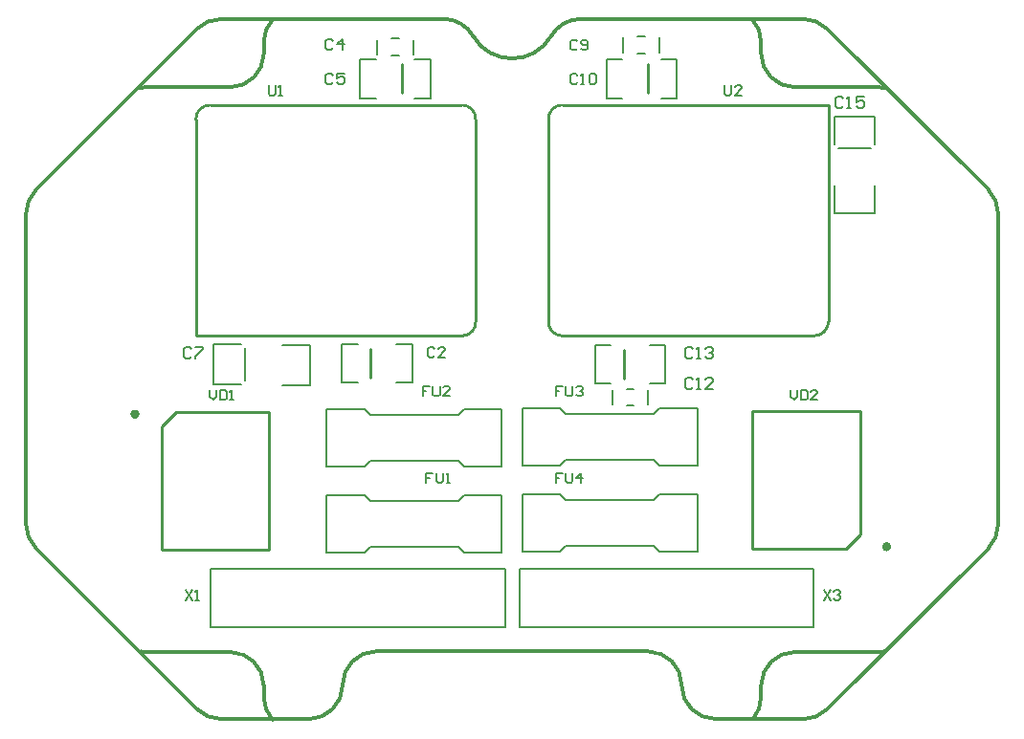
<source format=gto>
G04*
G04 #@! TF.GenerationSoftware,Altium Limited,Altium Designer,22.1.2 (22)*
G04*
G04 Layer_Color=65535*
%FSAX42Y42*%
%MOMM*%
G71*
G04*
G04 #@! TF.SameCoordinates,E4BEF061-03AA-43A3-B299-508BB52D99EE*
G04*
G04*
G04 #@! TF.FilePolarity,Positive*
G04*
G01*
G75*
%ADD10C,0.25*%
%ADD11C,0.30*%
%ADD12C,0.40*%
%ADD13C,0.15*%
%ADD14C,0.20*%
%ADD15C,0.20*%
D10*
X003898Y006668D02*
G03*
X003771Y006541I000000J-000127D01*
G01*
X006133Y004624D02*
G03*
X006247Y004751I-000006J000121D01*
G01*
X006247Y006541D02*
G03*
X006133Y006668I-000121J000006D01*
G01*
X006892Y004751D02*
G03*
X007007Y004624I000121J-000006D01*
G01*
Y006668D02*
G03*
X006892Y006541I000006J-000121D01*
G01*
X009242Y004624D02*
G03*
X009369Y004751I000000J000127D01*
G01*
X005593Y006773D02*
Y007027D01*
X007559Y004243D02*
Y004497D01*
X003771Y004624D02*
X006120D01*
X003898Y006668D02*
X006120D01*
X006247Y004751D02*
Y006541D01*
X003771Y004624D02*
Y006541D01*
X007019Y006668D02*
X009369D01*
X007019Y004624D02*
X009242D01*
X006892Y004751D02*
Y006541D01*
X009369Y004751D02*
Y006668D01*
X005319Y004253D02*
Y004507D01*
X009647Y002865D02*
Y003957D01*
X009520Y002738D02*
X009647Y002865D01*
X008695Y002738D02*
X009520D01*
X008695Y003957D02*
X009647D01*
X008695Y002738D02*
Y003957D01*
X007771Y006773D02*
Y007027D01*
X003468Y002729D02*
Y003822D01*
X003595Y003949D01*
X004420D01*
X003468Y002729D02*
X004420D01*
Y003949D01*
D11*
X009817Y001825D02*
G03*
X009864Y001828I000000J000300D01*
G01*
X008702Y001232D02*
G03*
X008773Y001425I-000230J000193D01*
G01*
X007176Y007430D02*
G03*
X006916Y007280I000000J-000300D01*
G01*
X004073Y006825D02*
G03*
X004373Y007125I000000J000300D01*
G01*
X006224Y007280D02*
G03*
X005964Y007430I-000260J-000150D01*
G01*
X009073Y001825D02*
G03*
X008773Y001525I000000J-000300D01*
G01*
X008070Y001530D02*
G03*
X008370Y001230I000300J000000D01*
G01*
X004770D02*
G03*
X005070Y001530I000000J000300D01*
G01*
X008773Y007125D02*
G03*
X009073Y006825I000300J000000D01*
G01*
X009879Y006818D02*
G03*
X009817Y006825I-000062J-000293D01*
G01*
X003782Y001318D02*
G03*
X003994Y001230I000212J000212D01*
G01*
X002358Y005918D02*
G03*
X002270Y005706I000212J-000212D01*
G01*
X009146Y001230D02*
G03*
X009358Y001318I000000J000300D01*
G01*
X004373Y001525D02*
G03*
X004073Y001825I-000300J000000D01*
G01*
X003328Y006825D02*
G03*
X003261Y006817I000000J-000300D01*
G01*
X010782Y002742D02*
G03*
X010870Y002954I-000212J000212D01*
G01*
X004373Y001425D02*
G03*
X004450Y001224I000300J000000D01*
G01*
X009358Y007342D02*
G03*
X009146Y007430I-000212J-000212D01*
G01*
X002270Y002954D02*
G03*
X002358Y002742I000300J000000D01*
G01*
X006224Y007280D02*
G03*
X006916Y007280I000346J000200D01*
G01*
X008070Y001530D02*
G03*
X007770Y001830I-000300J000000D01*
G01*
X010870Y005706D02*
G03*
X010782Y005918I-000300J000000D01*
G01*
X003276Y001829D02*
G03*
X003328Y001825I000052J000295D01*
G01*
X004450Y007425D02*
G03*
X004373Y007225I000223J-000201D01*
G01*
X003994Y007430D02*
G03*
X003782Y007342I000000J-000300D01*
G01*
X005370Y001830D02*
G03*
X005070Y001530I000000J-000300D01*
G01*
X008773Y007225D02*
G03*
X008694Y007427I-000300J000000D01*
G01*
X009358Y001318D02*
X010782Y002742D01*
X010870Y002954D02*
Y005706D01*
X007176Y007430D02*
X009146D01*
X002358Y002742D02*
X003782Y001318D01*
X003994Y007430D02*
X005964D01*
X003328Y006825D02*
X004073D01*
X005370Y001830D02*
X007770D01*
X004373Y001425D02*
Y001525D01*
X003994Y001230D02*
X004770D01*
X009073Y001825D02*
X009817D01*
X009358Y007342D02*
X010782Y005918D01*
X002270Y002954D02*
Y005706D01*
X002358Y005918D02*
X003782Y007342D01*
X009073Y006825D02*
X009817D01*
X003328Y001825D02*
X004073D01*
X004373Y007125D02*
Y007225D01*
X008773Y001425D02*
Y001525D01*
X008370Y001230D02*
X009146D01*
X008773Y007125D02*
Y007225D01*
D12*
X009903Y002757D02*
G03*
X009903Y002757I-000020J000000D01*
G01*
X003253Y003930D02*
G03*
X003253Y003930I-000020J000000D01*
G01*
D13*
X005377Y007117D02*
Y007243D01*
X005695Y007117D02*
Y007243D01*
X005504Y007256D02*
X005568D01*
X005504Y007104D02*
X005568D01*
X007775Y004017D02*
Y004144D01*
X007457Y004017D02*
Y004144D01*
X007584Y004004D02*
X007648D01*
X007584Y004156D02*
X007648D01*
X007555Y007136D02*
Y007264D01*
X007873Y007136D02*
Y007264D01*
X007682Y007276D02*
X007746D01*
X007682Y007124D02*
X007746D01*
D14*
X005847Y006730D02*
Y007070D01*
X005707D02*
X005847D01*
X005707Y006730D02*
X005847D01*
X005225D02*
Y007070D01*
Y006730D02*
X005364D01*
X005225Y007070D02*
X005364D01*
X003930Y004195D02*
X004170D01*
X004210Y004230D02*
Y004512D01*
X003930Y004195D02*
Y004550D01*
X004170D01*
X004780Y004190D02*
Y004545D01*
X004540Y004190D02*
X004780D01*
X004540Y004545D02*
X004780D01*
X007305Y004200D02*
Y004540D01*
Y004200D02*
X007444D01*
X007305Y004540D02*
X007444D01*
X007927Y004200D02*
Y004540D01*
X007787D02*
X007927D01*
X007787Y004200D02*
X007927D01*
X009775Y005712D02*
Y005952D01*
X009420Y005712D02*
Y005952D01*
Y005712D02*
X009775D01*
X009780Y006322D02*
Y006562D01*
X009425D02*
X009780D01*
X009460Y006282D02*
X009742D01*
X009425Y006322D02*
Y006562D01*
X005547Y004210D02*
X005687D01*
X005547Y004550D02*
X005687D01*
Y004210D02*
Y004550D01*
X005065D02*
X005204D01*
X005065Y004210D02*
X005204D01*
X005065D02*
Y004550D01*
X008025Y006730D02*
Y007070D01*
X007886D02*
X008025D01*
X007886Y006730D02*
X008025D01*
X007403D02*
Y007070D01*
Y006730D02*
X007543D01*
X007403Y007070D02*
X007543D01*
X006506Y002048D02*
Y002558D01*
X003905D02*
X006506D01*
X003903Y002048D02*
X006506D01*
X003903D02*
Y002557D01*
X006633Y002048D02*
Y002558D01*
Y002048D02*
X009234D01*
X006633Y002558D02*
X009237D01*
Y002049D02*
Y002558D01*
X007043Y003930D02*
X007818D01*
X007043Y003524D02*
X007818D01*
X008212Y003473D02*
Y003981D01*
X005317Y002757D02*
X006091D01*
X005317Y003163D02*
X006091D01*
X004923Y002706D02*
Y003214D01*
Y003468D02*
Y003976D01*
X005317Y003925D02*
X006091D01*
X005317Y003519D02*
X006091D01*
X007043Y003168D02*
X007818D01*
X007043Y002761D02*
X007818D01*
X008212Y002711D02*
Y003219D01*
X008167Y004233D02*
X008150Y004250D01*
X008117D01*
X008100Y004233D01*
Y004167D01*
X008117Y004150D01*
X008150D01*
X008167Y004167D01*
X008200Y004150D02*
X008233D01*
X008217D01*
Y004250D01*
X008200Y004233D01*
X008350Y004150D02*
X008283D01*
X008350Y004217D01*
Y004233D01*
X008333Y004250D01*
X008300D01*
X008283Y004233D01*
X004983Y007238D02*
X004967Y007255D01*
X004933D01*
X004917Y007238D01*
Y007172D01*
X004933Y007155D01*
X004967D01*
X004983Y007172D01*
X005067Y007155D02*
Y007255D01*
X005017Y007205D01*
X005083D01*
X009498Y006725D02*
X009481Y006742D01*
X009448D01*
X009431Y006725D01*
Y006658D01*
X009448Y006642D01*
X009481D01*
X009498Y006658D01*
X009531Y006642D02*
X009564D01*
X009548D01*
Y006742D01*
X009531Y006725D01*
X009681Y006742D02*
X009614D01*
Y006692D01*
X009648Y006708D01*
X009664D01*
X009681Y006692D01*
Y006658D01*
X009664Y006642D01*
X009631D01*
X009614Y006658D01*
X003733Y004508D02*
X003717Y004525D01*
X003683D01*
X003667Y004508D01*
Y004442D01*
X003683Y004425D01*
X003717D01*
X003733Y004442D01*
X003767Y004525D02*
X003833D01*
Y004508D01*
X003767Y004442D01*
Y004425D01*
X008167Y004508D02*
X008150Y004525D01*
X008117D01*
X008100Y004508D01*
Y004442D01*
X008117Y004425D01*
X008150D01*
X008167Y004442D01*
X008200Y004425D02*
X008233D01*
X008217D01*
Y004525D01*
X008200Y004508D01*
X008283D02*
X008300Y004525D01*
X008333D01*
X008350Y004508D01*
Y004492D01*
X008333Y004475D01*
X008317D01*
X008333D01*
X008350Y004458D01*
Y004442D01*
X008333Y004425D01*
X008300D01*
X008283Y004442D01*
X004983Y006933D02*
X004967Y006950D01*
X004933D01*
X004917Y006933D01*
Y006867D01*
X004933Y006850D01*
X004967D01*
X004983Y006867D01*
X005083Y006950D02*
X005017D01*
Y006900D01*
X005050Y006917D01*
X005067D01*
X005083Y006900D01*
Y006867D01*
X005067Y006850D01*
X005033D01*
X005017Y006867D01*
X007016Y004180D02*
X006956D01*
Y004135D01*
X006986D01*
X006956D01*
Y004090D01*
X007046Y004180D02*
Y004105D01*
X007061Y004090D01*
X007091D01*
X007106Y004105D01*
Y004180D01*
X007136Y004165D02*
X007151Y004180D01*
X007181D01*
X007196Y004165D01*
Y004150D01*
X007181Y004135D01*
X007166D01*
X007181D01*
X007196Y004120D01*
Y004105D01*
X007181Y004090D01*
X007151D01*
X007136Y004105D01*
X005840Y004180D02*
X005780D01*
Y004135D01*
X005810D01*
X005780D01*
Y004090D01*
X005870Y004180D02*
Y004105D01*
X005885Y004090D01*
X005915D01*
X005930Y004105D01*
Y004180D01*
X006020Y004090D02*
X005960D01*
X006020Y004150D01*
Y004165D01*
X006005Y004180D01*
X005975D01*
X005960Y004165D01*
X005870Y003410D02*
X005810D01*
Y003365D01*
X005840D01*
X005810D01*
Y003320D01*
X005900Y003410D02*
Y003335D01*
X005915Y003320D01*
X005945D01*
X005960Y003335D01*
Y003410D01*
X005990Y003320D02*
X006020D01*
X006005D01*
Y003410D01*
X005990Y003395D01*
X008450Y006845D02*
Y006770D01*
X008465Y006755D01*
X008495D01*
X008510Y006770D01*
Y006845D01*
X008600Y006755D02*
X008540D01*
X008600Y006815D01*
Y006830D01*
X008585Y006845D01*
X008555D01*
X008540Y006830D01*
X009325Y002375D02*
X009385Y002285D01*
Y002375D02*
X009325Y002285D01*
X009415Y002360D02*
X009430Y002375D01*
X009460D01*
X009475Y002360D01*
Y002345D01*
X009460Y002330D01*
X009445D01*
X009460D01*
X009475Y002315D01*
Y002300D01*
X009460Y002285D01*
X009430D01*
X009415Y002300D01*
X003895Y004145D02*
Y004085D01*
X003925Y004055D01*
X003955Y004085D01*
Y004145D01*
X003985D02*
Y004055D01*
X004030D01*
X004045Y004070D01*
Y004130D01*
X004030Y004145D01*
X003985D01*
X004075Y004055D02*
X004105D01*
X004090D01*
Y004145D01*
X004075Y004130D01*
X003680Y002375D02*
X003740Y002285D01*
Y002375D02*
X003680Y002285D01*
X003770D02*
X003800D01*
X003785D01*
Y002375D01*
X003770Y002360D01*
X004415Y006845D02*
Y006770D01*
X004430Y006755D01*
X004460D01*
X004475Y006770D01*
Y006845D01*
X004505Y006755D02*
X004535D01*
X004520D01*
Y006845D01*
X004505Y006830D01*
X009033Y004145D02*
Y004085D01*
X009063Y004055D01*
X009093Y004085D01*
Y004145D01*
X009123D02*
Y004055D01*
X009167D01*
X009182Y004070D01*
Y004130D01*
X009167Y004145D01*
X009123D01*
X009272Y004055D02*
X009212D01*
X009272Y004115D01*
Y004130D01*
X009257Y004145D01*
X009227D01*
X009212Y004130D01*
X007016Y003410D02*
X006956D01*
Y003365D01*
X006986D01*
X006956D01*
Y003320D01*
X007046Y003410D02*
Y003335D01*
X007061Y003320D01*
X007091D01*
X007106Y003335D01*
Y003410D01*
X007181Y003320D02*
Y003410D01*
X007136Y003365D01*
X007196D01*
X007148Y006930D02*
X007133Y006945D01*
X007103D01*
X007088Y006930D01*
Y006870D01*
X007103Y006855D01*
X007133D01*
X007148Y006870D01*
X007178Y006855D02*
X007207D01*
X007193D01*
Y006945D01*
X007178Y006930D01*
X007252D02*
X007267Y006945D01*
X007297D01*
X007312Y006930D01*
Y006870D01*
X007297Y006855D01*
X007267D01*
X007252Y006870D01*
Y006930D01*
X005885Y004510D02*
X005870Y004525D01*
X005840D01*
X005825Y004510D01*
Y004450D01*
X005840Y004435D01*
X005870D01*
X005885Y004450D01*
X005975Y004435D02*
X005915D01*
X005975Y004495D01*
Y004510D01*
X005960Y004525D01*
X005930D01*
X005915Y004510D01*
X007148Y007230D02*
X007133Y007245D01*
X007103D01*
X007088Y007230D01*
Y007170D01*
X007103Y007155D01*
X007133D01*
X007148Y007170D01*
X007178D02*
X007193Y007155D01*
X007222D01*
X007237Y007170D01*
Y007230D01*
X007222Y007245D01*
X007193D01*
X007178Y007230D01*
Y007215D01*
X007193Y007200D01*
X007237D01*
D15*
X007818Y003930D02*
X007869Y003981D01*
X007818Y003524D02*
X007869Y003473D01*
X006662D02*
X006993D01*
X006662Y003981D02*
X006993D01*
X006662Y003473D02*
Y003981D01*
X006993D02*
X007043Y003930D01*
X007869Y003981D02*
X008212D01*
X006993Y003473D02*
X007043Y003524D01*
X007869Y003473D02*
X008212D01*
X005266Y002706D02*
X005317Y002757D01*
X005266Y003214D02*
X005317Y003163D01*
X006142Y003214D02*
X006472D01*
X006142Y002706D02*
X006472D01*
Y003214D01*
X006091Y002757D02*
X006142Y002706D01*
X004923D02*
X005266D01*
X006091Y003163D02*
X006142Y003214D01*
X004923D02*
X005266D01*
X004923Y003976D02*
X005266D01*
X006091Y003925D02*
X006142Y003976D01*
X004923Y003468D02*
X005266D01*
X006091Y003519D02*
X006142Y003468D01*
X006472D02*
Y003976D01*
X006142Y003468D02*
X006472D01*
X006142Y003976D02*
X006472D01*
X005266D02*
X005317Y003925D01*
X005266Y003468D02*
X005317Y003519D01*
X007818Y003168D02*
X007869Y003219D01*
X007818Y002761D02*
X007869Y002711D01*
X006662D02*
X006993D01*
X006662Y003219D02*
X006993D01*
X006662Y002711D02*
Y003219D01*
X006993D02*
X007043Y003168D01*
X007869Y003219D02*
X008212D01*
X006993Y002711D02*
X007043Y002761D01*
X007869Y002711D02*
X008212D01*
M02*

</source>
